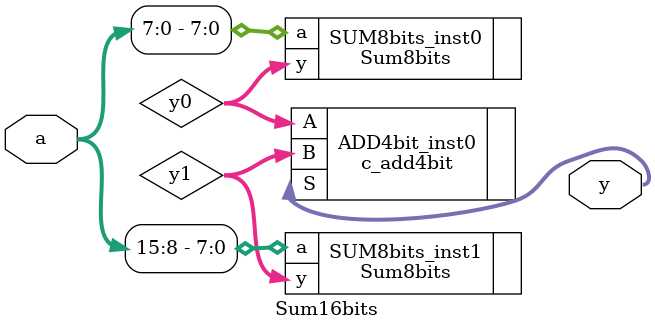
<source format=v>
`timescale 1ns / 1ps


module Sum16bits(
    input [15:0] a,
    output [4:0] y
    );
    wire [3:0] y0;
    wire [3:0] y1;
Sum8bits SUM8bits_inst0(
    .a(a[7:0]), // 8bit in
    .y(y0)        // 4bit out
); 
Sum8bits SUM8bits_inst1(
    .a(a[15:8]), // 8bit in
    .y(y1)
); 
c_add4bit ADD4bit_inst0 (
  .A(y0),  // input wire [3 : 0] A
  .B(y1),  // input wire [3 : 0] B
  .S(y)  // output wire [4 : 0] S
  
);


endmodule

</source>
